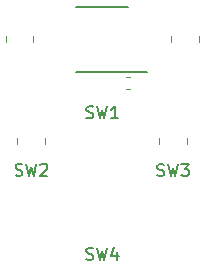
<source format=gbr>
G04 #@! TF.GenerationSoftware,KiCad,Pcbnew,(5.1.2)-1*
G04 #@! TF.CreationDate,2019-07-17T11:01:51+10:00*
G04 #@! TF.ProjectId,led-wing,6c65642d-7769-46e6-972e-6b696361645f,0*
G04 #@! TF.SameCoordinates,Original*
G04 #@! TF.FileFunction,Legend,Top*
G04 #@! TF.FilePolarity,Positive*
%FSLAX46Y46*%
G04 Gerber Fmt 4.6, Leading zero omitted, Abs format (unit mm)*
G04 Created by KiCad (PCBNEW (5.1.2)-1) date 2019-07-17 11:01:51*
%MOMM*%
%LPD*%
G04 APERTURE LIST*
%ADD10C,0.150000*%
%ADD11C,0.120000*%
G04 APERTURE END LIST*
D10*
X114725000Y-103875000D02*
X108750000Y-103875000D01*
X113150000Y-98350000D02*
X108750000Y-98350000D01*
D11*
X119130000Y-100825000D02*
X119130000Y-101325000D01*
X116770000Y-100825000D02*
X116770000Y-101325000D01*
X115770000Y-109925000D02*
X115770000Y-109425000D01*
X118130000Y-109925000D02*
X118130000Y-109425000D01*
X105130000Y-100825000D02*
X105130000Y-101325000D01*
X102770000Y-100825000D02*
X102770000Y-101325000D01*
X103770000Y-109925000D02*
X103770000Y-109425000D01*
X106130000Y-109925000D02*
X106130000Y-109425000D01*
X113262779Y-104240000D02*
X112937221Y-104240000D01*
X113262779Y-105260000D02*
X112937221Y-105260000D01*
D10*
X109616666Y-119692161D02*
X109759523Y-119739780D01*
X109997619Y-119739780D01*
X110092857Y-119692161D01*
X110140476Y-119644542D01*
X110188095Y-119549304D01*
X110188095Y-119454066D01*
X110140476Y-119358828D01*
X110092857Y-119311209D01*
X109997619Y-119263590D01*
X109807142Y-119215971D01*
X109711904Y-119168352D01*
X109664285Y-119120733D01*
X109616666Y-119025495D01*
X109616666Y-118930257D01*
X109664285Y-118835019D01*
X109711904Y-118787400D01*
X109807142Y-118739780D01*
X110045238Y-118739780D01*
X110188095Y-118787400D01*
X110521428Y-118739780D02*
X110759523Y-119739780D01*
X110950000Y-119025495D01*
X111140476Y-119739780D01*
X111378571Y-118739780D01*
X112188095Y-119073114D02*
X112188095Y-119739780D01*
X111950000Y-118692161D02*
X111711904Y-119406447D01*
X112330952Y-119406447D01*
X115616666Y-112604761D02*
X115759523Y-112652380D01*
X115997619Y-112652380D01*
X116092857Y-112604761D01*
X116140476Y-112557142D01*
X116188095Y-112461904D01*
X116188095Y-112366666D01*
X116140476Y-112271428D01*
X116092857Y-112223809D01*
X115997619Y-112176190D01*
X115807142Y-112128571D01*
X115711904Y-112080952D01*
X115664285Y-112033333D01*
X115616666Y-111938095D01*
X115616666Y-111842857D01*
X115664285Y-111747619D01*
X115711904Y-111700000D01*
X115807142Y-111652380D01*
X116045238Y-111652380D01*
X116188095Y-111700000D01*
X116521428Y-111652380D02*
X116759523Y-112652380D01*
X116950000Y-111938095D01*
X117140476Y-112652380D01*
X117378571Y-111652380D01*
X117664285Y-111652380D02*
X118283333Y-111652380D01*
X117950000Y-112033333D01*
X118092857Y-112033333D01*
X118188095Y-112080952D01*
X118235714Y-112128571D01*
X118283333Y-112223809D01*
X118283333Y-112461904D01*
X118235714Y-112557142D01*
X118188095Y-112604761D01*
X118092857Y-112652380D01*
X117807142Y-112652380D01*
X117711904Y-112604761D01*
X117664285Y-112557142D01*
X103616666Y-112579761D02*
X103759523Y-112627380D01*
X103997619Y-112627380D01*
X104092857Y-112579761D01*
X104140476Y-112532142D01*
X104188095Y-112436904D01*
X104188095Y-112341666D01*
X104140476Y-112246428D01*
X104092857Y-112198809D01*
X103997619Y-112151190D01*
X103807142Y-112103571D01*
X103711904Y-112055952D01*
X103664285Y-112008333D01*
X103616666Y-111913095D01*
X103616666Y-111817857D01*
X103664285Y-111722619D01*
X103711904Y-111675000D01*
X103807142Y-111627380D01*
X104045238Y-111627380D01*
X104188095Y-111675000D01*
X104521428Y-111627380D02*
X104759523Y-112627380D01*
X104950000Y-111913095D01*
X105140476Y-112627380D01*
X105378571Y-111627380D01*
X105711904Y-111722619D02*
X105759523Y-111675000D01*
X105854761Y-111627380D01*
X106092857Y-111627380D01*
X106188095Y-111675000D01*
X106235714Y-111722619D01*
X106283333Y-111817857D01*
X106283333Y-111913095D01*
X106235714Y-112055952D01*
X105664285Y-112627380D01*
X106283333Y-112627380D01*
X109616666Y-107704761D02*
X109759523Y-107752380D01*
X109997619Y-107752380D01*
X110092857Y-107704761D01*
X110140476Y-107657142D01*
X110188095Y-107561904D01*
X110188095Y-107466666D01*
X110140476Y-107371428D01*
X110092857Y-107323809D01*
X109997619Y-107276190D01*
X109807142Y-107228571D01*
X109711904Y-107180952D01*
X109664285Y-107133333D01*
X109616666Y-107038095D01*
X109616666Y-106942857D01*
X109664285Y-106847619D01*
X109711904Y-106800000D01*
X109807142Y-106752380D01*
X110045238Y-106752380D01*
X110188095Y-106800000D01*
X110521428Y-106752380D02*
X110759523Y-107752380D01*
X110950000Y-107038095D01*
X111140476Y-107752380D01*
X111378571Y-106752380D01*
X112283333Y-107752380D02*
X111711904Y-107752380D01*
X111997619Y-107752380D02*
X111997619Y-106752380D01*
X111902380Y-106895238D01*
X111807142Y-106990476D01*
X111711904Y-107038095D01*
M02*

</source>
